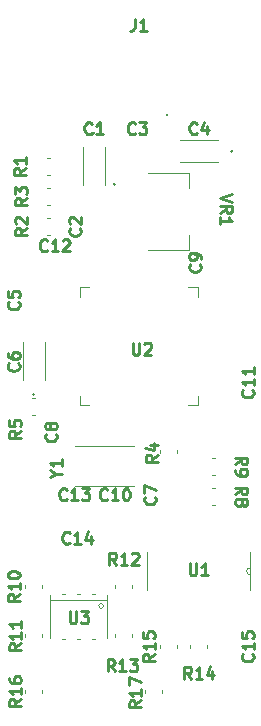
<source format=gto>
G04 #@! TF.GenerationSoftware,KiCad,Pcbnew,5.1.10-88a1d61d58~88~ubuntu18.04.1*
G04 #@! TF.CreationDate,2021-10-08T18:05:20+03:00*
G04 #@! TF.ProjectId,canhacker,63616e68-6163-46b6-9572-2e6b69636164,rev?*
G04 #@! TF.SameCoordinates,Original*
G04 #@! TF.FileFunction,Legend,Top*
G04 #@! TF.FilePolarity,Positive*
%FSLAX46Y46*%
G04 Gerber Fmt 4.6, Leading zero omitted, Abs format (unit mm)*
G04 Created by KiCad (PCBNEW 5.1.10-88a1d61d58~88~ubuntu18.04.1) date 2021-10-08 18:05:20*
%MOMM*%
%LPD*%
G01*
G04 APERTURE LIST*
%ADD10C,0.120000*%
%ADD11C,0.250000*%
%ADD12R,2.000000X2.500000*%
%ADD13R,0.500000X2.300000*%
%ADD14R,1.420000X1.000000*%
%ADD15R,1.000000X1.420000*%
%ADD16C,1.370000*%
%ADD17R,1.370000X1.370000*%
%ADD18R,1.470000X1.160000*%
%ADD19R,1.160000X1.470000*%
%ADD20R,1.230000X1.710000*%
%ADD21R,1.500000X1.300000*%
%ADD22R,1.710000X1.230000*%
%ADD23R,2.150000X3.250000*%
%ADD24R,2.150000X0.950000*%
%ADD25R,1.950000X2.950000*%
%ADD26R,0.600000X1.300000*%
%ADD27R,1.473200X0.279400*%
%ADD28R,0.279400X1.473200*%
%ADD29R,0.533400X1.701800*%
%ADD30C,2.100000*%
%ADD31R,2.100000X2.100000*%
G04 APERTURE END LIST*
D10*
X142213000Y-50267000D02*
G75*
G03*
X142213000Y-50267000I-100000J0D01*
G01*
X140270000Y-99180000D02*
X140270000Y-98940000D01*
X141670000Y-99180000D02*
X141670000Y-98940000D01*
X130110000Y-99180000D02*
X130110000Y-98940000D01*
X131510000Y-99180000D02*
X131510000Y-98940000D01*
X141540000Y-95370000D02*
X141540000Y-95130000D01*
X142940000Y-95370000D02*
X142940000Y-95130000D01*
X144080000Y-95370000D02*
X144080000Y-95130000D01*
X145480000Y-95370000D02*
X145480000Y-95130000D01*
X139130000Y-94195000D02*
X139130000Y-94435000D01*
X137730000Y-94195000D02*
X137730000Y-94435000D01*
X139130000Y-90050000D02*
X139130000Y-90290000D01*
X137730000Y-90050000D02*
X137730000Y-90290000D01*
X130110000Y-94435000D02*
X130110000Y-94195000D01*
X131510000Y-94435000D02*
X131510000Y-94195000D01*
X131510000Y-90050000D02*
X131510000Y-90290000D01*
X130110000Y-90050000D02*
X130110000Y-90290000D01*
X146170000Y-80710000D02*
X145930000Y-80710000D01*
X146170000Y-79310000D02*
X145930000Y-79310000D01*
X145930000Y-81850000D02*
X146170000Y-81850000D01*
X145930000Y-83250000D02*
X146170000Y-83250000D01*
X130690000Y-74230000D02*
X130930000Y-74230000D01*
X130690000Y-75630000D02*
X130930000Y-75630000D01*
X142940000Y-78620000D02*
X142940000Y-78860000D01*
X141540000Y-78620000D02*
X141540000Y-78860000D01*
X131960000Y-56450000D02*
X132200000Y-56450000D01*
X131960000Y-57850000D02*
X132200000Y-57850000D01*
X131960000Y-58990000D02*
X132200000Y-58990000D01*
X131960000Y-60390000D02*
X132200000Y-60390000D01*
X131960000Y-53910000D02*
X132200000Y-53910000D01*
X131960000Y-55310000D02*
X132200000Y-55310000D01*
X129875000Y-72720000D02*
X129875000Y-69520000D01*
X131745000Y-72720000D02*
X131745000Y-69520000D01*
X130910000Y-73920000D02*
G75*
G03*
X130910000Y-73920000I-100000J0D01*
G01*
X146380000Y-54275000D02*
X143180000Y-54275000D01*
X146380000Y-52405000D02*
X143180000Y-52405000D01*
X147680000Y-53340000D02*
G75*
G03*
X147680000Y-53340000I-100000J0D01*
G01*
X136825000Y-53010000D02*
X136825000Y-56210000D01*
X134955000Y-53010000D02*
X134955000Y-56210000D01*
X135990000Y-51810000D02*
G75*
G03*
X135990000Y-51810000I-100000J0D01*
G01*
X140490000Y-61670000D02*
X143990000Y-61670000D01*
X143990000Y-61670000D02*
X143990000Y-60430000D01*
X140490000Y-55170000D02*
X143990000Y-55170000D01*
X143990000Y-55170000D02*
X143990000Y-56410000D01*
X137740000Y-56120000D02*
G75*
G03*
X137740000Y-56120000I-100000J0D01*
G01*
X139270000Y-81710000D02*
X134270000Y-81710000D01*
X134270000Y-78310000D02*
X139270000Y-78310000D01*
X136725000Y-91821000D02*
G75*
G03*
X136725000Y-91821000I-200000J0D01*
G01*
X136017000Y-94620000D02*
X135763000Y-94620000D01*
X134747000Y-94620000D02*
X134493000Y-94620000D01*
X133477000Y-94620000D02*
X133223000Y-94620000D01*
X133477000Y-90810000D02*
X133223000Y-90810000D01*
X134747000Y-90810000D02*
X134493000Y-90810000D01*
X136017000Y-90810000D02*
X135763000Y-90810000D01*
X132220000Y-91310000D02*
X132220000Y-90910000D01*
X137020000Y-91310000D02*
X137020000Y-90910000D01*
X132220000Y-91310000D02*
X137020000Y-91310000D01*
X137020000Y-91310000D02*
X137020000Y-94510000D01*
X132220000Y-94510000D02*
X132220000Y-91310000D01*
X143916400Y-74853800D02*
X144703800Y-74853800D01*
X134696200Y-74853800D02*
X135483600Y-74853800D01*
X134696200Y-64846200D02*
X134696200Y-65633600D01*
X144703800Y-64846200D02*
X143916400Y-64846200D01*
X144703800Y-74853800D02*
X144703800Y-74066400D01*
X144703800Y-65633600D02*
X144703800Y-64846200D01*
X135483600Y-64846200D02*
X134696200Y-64846200D01*
X134696200Y-74066400D02*
X134696200Y-74853800D01*
X149148800Y-88595200D02*
X149148800Y-87299800D01*
X149148800Y-89204800D02*
X149148800Y-88595200D01*
X149148800Y-90500200D02*
X149148800Y-89204800D01*
X140411200Y-87299800D02*
X140411200Y-90500200D01*
X149148800Y-89204800D02*
G75*
G02*
X149148800Y-88595200I0J304800D01*
G01*
D11*
X139366666Y-42124380D02*
X139366666Y-42838666D01*
X139319047Y-42981523D01*
X139223809Y-43076761D01*
X139080952Y-43124380D01*
X138985714Y-43124380D01*
X140366666Y-43124380D02*
X139795238Y-43124380D01*
X140080952Y-43124380D02*
X140080952Y-42124380D01*
X139985714Y-42267238D01*
X139890476Y-42362476D01*
X139795238Y-42410095D01*
X139898380Y-99829857D02*
X139422190Y-100163190D01*
X139898380Y-100401285D02*
X138898380Y-100401285D01*
X138898380Y-100020333D01*
X138946000Y-99925095D01*
X138993619Y-99877476D01*
X139088857Y-99829857D01*
X139231714Y-99829857D01*
X139326952Y-99877476D01*
X139374571Y-99925095D01*
X139422190Y-100020333D01*
X139422190Y-100401285D01*
X139898380Y-98877476D02*
X139898380Y-99448904D01*
X139898380Y-99163190D02*
X138898380Y-99163190D01*
X139041238Y-99258428D01*
X139136476Y-99353666D01*
X139184095Y-99448904D01*
X138898380Y-98544142D02*
X138898380Y-97877476D01*
X139898380Y-98306047D01*
X129738380Y-99702857D02*
X129262190Y-100036190D01*
X129738380Y-100274285D02*
X128738380Y-100274285D01*
X128738380Y-99893333D01*
X128786000Y-99798095D01*
X128833619Y-99750476D01*
X128928857Y-99702857D01*
X129071714Y-99702857D01*
X129166952Y-99750476D01*
X129214571Y-99798095D01*
X129262190Y-99893333D01*
X129262190Y-100274285D01*
X129738380Y-98750476D02*
X129738380Y-99321904D01*
X129738380Y-99036190D02*
X128738380Y-99036190D01*
X128881238Y-99131428D01*
X128976476Y-99226666D01*
X129024095Y-99321904D01*
X128738380Y-97893333D02*
X128738380Y-98083809D01*
X128786000Y-98179047D01*
X128833619Y-98226666D01*
X128976476Y-98321904D01*
X129166952Y-98369523D01*
X129547904Y-98369523D01*
X129643142Y-98321904D01*
X129690761Y-98274285D01*
X129738380Y-98179047D01*
X129738380Y-97988571D01*
X129690761Y-97893333D01*
X129643142Y-97845714D01*
X129547904Y-97798095D01*
X129309809Y-97798095D01*
X129214571Y-97845714D01*
X129166952Y-97893333D01*
X129119333Y-97988571D01*
X129119333Y-98179047D01*
X129166952Y-98274285D01*
X129214571Y-98321904D01*
X129309809Y-98369523D01*
X141041380Y-95892857D02*
X140565190Y-96226190D01*
X141041380Y-96464285D02*
X140041380Y-96464285D01*
X140041380Y-96083333D01*
X140089000Y-95988095D01*
X140136619Y-95940476D01*
X140231857Y-95892857D01*
X140374714Y-95892857D01*
X140469952Y-95940476D01*
X140517571Y-95988095D01*
X140565190Y-96083333D01*
X140565190Y-96464285D01*
X141041380Y-94940476D02*
X141041380Y-95511904D01*
X141041380Y-95226190D02*
X140041380Y-95226190D01*
X140184238Y-95321428D01*
X140279476Y-95416666D01*
X140327095Y-95511904D01*
X140041380Y-94035714D02*
X140041380Y-94511904D01*
X140517571Y-94559523D01*
X140469952Y-94511904D01*
X140422333Y-94416666D01*
X140422333Y-94178571D01*
X140469952Y-94083333D01*
X140517571Y-94035714D01*
X140612809Y-93988095D01*
X140850904Y-93988095D01*
X140946142Y-94035714D01*
X140993761Y-94083333D01*
X141041380Y-94178571D01*
X141041380Y-94416666D01*
X140993761Y-94511904D01*
X140946142Y-94559523D01*
X144137142Y-97988380D02*
X143803809Y-97512190D01*
X143565714Y-97988380D02*
X143565714Y-96988380D01*
X143946666Y-96988380D01*
X144041904Y-97036000D01*
X144089523Y-97083619D01*
X144137142Y-97178857D01*
X144137142Y-97321714D01*
X144089523Y-97416952D01*
X144041904Y-97464571D01*
X143946666Y-97512190D01*
X143565714Y-97512190D01*
X145089523Y-97988380D02*
X144518095Y-97988380D01*
X144803809Y-97988380D02*
X144803809Y-96988380D01*
X144708571Y-97131238D01*
X144613333Y-97226476D01*
X144518095Y-97274095D01*
X145946666Y-97321714D02*
X145946666Y-97988380D01*
X145708571Y-96940761D02*
X145470476Y-97655047D01*
X146089523Y-97655047D01*
X137660142Y-97353380D02*
X137326809Y-96877190D01*
X137088714Y-97353380D02*
X137088714Y-96353380D01*
X137469666Y-96353380D01*
X137564904Y-96401000D01*
X137612523Y-96448619D01*
X137660142Y-96543857D01*
X137660142Y-96686714D01*
X137612523Y-96781952D01*
X137564904Y-96829571D01*
X137469666Y-96877190D01*
X137088714Y-96877190D01*
X138612523Y-97353380D02*
X138041095Y-97353380D01*
X138326809Y-97353380D02*
X138326809Y-96353380D01*
X138231571Y-96496238D01*
X138136333Y-96591476D01*
X138041095Y-96639095D01*
X138945857Y-96353380D02*
X139564904Y-96353380D01*
X139231571Y-96734333D01*
X139374428Y-96734333D01*
X139469666Y-96781952D01*
X139517285Y-96829571D01*
X139564904Y-96924809D01*
X139564904Y-97162904D01*
X139517285Y-97258142D01*
X139469666Y-97305761D01*
X139374428Y-97353380D01*
X139088714Y-97353380D01*
X138993476Y-97305761D01*
X138945857Y-97258142D01*
X137787142Y-88336380D02*
X137453809Y-87860190D01*
X137215714Y-88336380D02*
X137215714Y-87336380D01*
X137596666Y-87336380D01*
X137691904Y-87384000D01*
X137739523Y-87431619D01*
X137787142Y-87526857D01*
X137787142Y-87669714D01*
X137739523Y-87764952D01*
X137691904Y-87812571D01*
X137596666Y-87860190D01*
X137215714Y-87860190D01*
X138739523Y-88336380D02*
X138168095Y-88336380D01*
X138453809Y-88336380D02*
X138453809Y-87336380D01*
X138358571Y-87479238D01*
X138263333Y-87574476D01*
X138168095Y-87622095D01*
X139120476Y-87431619D02*
X139168095Y-87384000D01*
X139263333Y-87336380D01*
X139501428Y-87336380D01*
X139596666Y-87384000D01*
X139644285Y-87431619D01*
X139691904Y-87526857D01*
X139691904Y-87622095D01*
X139644285Y-87764952D01*
X139072857Y-88336380D01*
X139691904Y-88336380D01*
X129738380Y-95003857D02*
X129262190Y-95337190D01*
X129738380Y-95575285D02*
X128738380Y-95575285D01*
X128738380Y-95194333D01*
X128786000Y-95099095D01*
X128833619Y-95051476D01*
X128928857Y-95003857D01*
X129071714Y-95003857D01*
X129166952Y-95051476D01*
X129214571Y-95099095D01*
X129262190Y-95194333D01*
X129262190Y-95575285D01*
X129738380Y-94051476D02*
X129738380Y-94622904D01*
X129738380Y-94337190D02*
X128738380Y-94337190D01*
X128881238Y-94432428D01*
X128976476Y-94527666D01*
X129024095Y-94622904D01*
X129738380Y-93099095D02*
X129738380Y-93670523D01*
X129738380Y-93384809D02*
X128738380Y-93384809D01*
X128881238Y-93480047D01*
X128976476Y-93575285D01*
X129024095Y-93670523D01*
X129611380Y-90812857D02*
X129135190Y-91146190D01*
X129611380Y-91384285D02*
X128611380Y-91384285D01*
X128611380Y-91003333D01*
X128659000Y-90908095D01*
X128706619Y-90860476D01*
X128801857Y-90812857D01*
X128944714Y-90812857D01*
X129039952Y-90860476D01*
X129087571Y-90908095D01*
X129135190Y-91003333D01*
X129135190Y-91384285D01*
X129611380Y-89860476D02*
X129611380Y-90431904D01*
X129611380Y-90146190D02*
X128611380Y-90146190D01*
X128754238Y-90241428D01*
X128849476Y-90336666D01*
X128897095Y-90431904D01*
X128611380Y-89241428D02*
X128611380Y-89146190D01*
X128659000Y-89050952D01*
X128706619Y-89003333D01*
X128801857Y-88955714D01*
X128992333Y-88908095D01*
X129230428Y-88908095D01*
X129420904Y-88955714D01*
X129516142Y-89003333D01*
X129563761Y-89050952D01*
X129611380Y-89146190D01*
X129611380Y-89241428D01*
X129563761Y-89336666D01*
X129516142Y-89384285D01*
X129420904Y-89431904D01*
X129230428Y-89479523D01*
X128992333Y-89479523D01*
X128801857Y-89431904D01*
X128706619Y-89384285D01*
X128659000Y-89336666D01*
X128611380Y-89241428D01*
X147883619Y-79843333D02*
X148359809Y-79510000D01*
X147883619Y-79271904D02*
X148883619Y-79271904D01*
X148883619Y-79652857D01*
X148836000Y-79748095D01*
X148788380Y-79795714D01*
X148693142Y-79843333D01*
X148550285Y-79843333D01*
X148455047Y-79795714D01*
X148407428Y-79748095D01*
X148359809Y-79652857D01*
X148359809Y-79271904D01*
X147883619Y-80319523D02*
X147883619Y-80510000D01*
X147931238Y-80605238D01*
X147978857Y-80652857D01*
X148121714Y-80748095D01*
X148312190Y-80795714D01*
X148693142Y-80795714D01*
X148788380Y-80748095D01*
X148836000Y-80700476D01*
X148883619Y-80605238D01*
X148883619Y-80414761D01*
X148836000Y-80319523D01*
X148788380Y-80271904D01*
X148693142Y-80224285D01*
X148455047Y-80224285D01*
X148359809Y-80271904D01*
X148312190Y-80319523D01*
X148264571Y-80414761D01*
X148264571Y-80605238D01*
X148312190Y-80700476D01*
X148359809Y-80748095D01*
X148455047Y-80795714D01*
X147883619Y-82383333D02*
X148359809Y-82050000D01*
X147883619Y-81811904D02*
X148883619Y-81811904D01*
X148883619Y-82192857D01*
X148836000Y-82288095D01*
X148788380Y-82335714D01*
X148693142Y-82383333D01*
X148550285Y-82383333D01*
X148455047Y-82335714D01*
X148407428Y-82288095D01*
X148359809Y-82192857D01*
X148359809Y-81811904D01*
X148455047Y-82954761D02*
X148502666Y-82859523D01*
X148550285Y-82811904D01*
X148645523Y-82764285D01*
X148693142Y-82764285D01*
X148788380Y-82811904D01*
X148836000Y-82859523D01*
X148883619Y-82954761D01*
X148883619Y-83145238D01*
X148836000Y-83240476D01*
X148788380Y-83288095D01*
X148693142Y-83335714D01*
X148645523Y-83335714D01*
X148550285Y-83288095D01*
X148502666Y-83240476D01*
X148455047Y-83145238D01*
X148455047Y-82954761D01*
X148407428Y-82859523D01*
X148359809Y-82811904D01*
X148264571Y-82764285D01*
X148074095Y-82764285D01*
X147978857Y-82811904D01*
X147931238Y-82859523D01*
X147883619Y-82954761D01*
X147883619Y-83145238D01*
X147931238Y-83240476D01*
X147978857Y-83288095D01*
X148074095Y-83335714D01*
X148264571Y-83335714D01*
X148359809Y-83288095D01*
X148407428Y-83240476D01*
X148455047Y-83145238D01*
X129738380Y-77001666D02*
X129262190Y-77335000D01*
X129738380Y-77573095D02*
X128738380Y-77573095D01*
X128738380Y-77192142D01*
X128786000Y-77096904D01*
X128833619Y-77049285D01*
X128928857Y-77001666D01*
X129071714Y-77001666D01*
X129166952Y-77049285D01*
X129214571Y-77096904D01*
X129262190Y-77192142D01*
X129262190Y-77573095D01*
X128738380Y-76096904D02*
X128738380Y-76573095D01*
X129214571Y-76620714D01*
X129166952Y-76573095D01*
X129119333Y-76477857D01*
X129119333Y-76239761D01*
X129166952Y-76144523D01*
X129214571Y-76096904D01*
X129309809Y-76049285D01*
X129547904Y-76049285D01*
X129643142Y-76096904D01*
X129690761Y-76144523D01*
X129738380Y-76239761D01*
X129738380Y-76477857D01*
X129690761Y-76573095D01*
X129643142Y-76620714D01*
X141295380Y-79033666D02*
X140819190Y-79367000D01*
X141295380Y-79605095D02*
X140295380Y-79605095D01*
X140295380Y-79224142D01*
X140343000Y-79128904D01*
X140390619Y-79081285D01*
X140485857Y-79033666D01*
X140628714Y-79033666D01*
X140723952Y-79081285D01*
X140771571Y-79128904D01*
X140819190Y-79224142D01*
X140819190Y-79605095D01*
X140628714Y-78176523D02*
X141295380Y-78176523D01*
X140247761Y-78414619D02*
X140962047Y-78652714D01*
X140962047Y-78033666D01*
X149328142Y-95892857D02*
X149375761Y-95940476D01*
X149423380Y-96083333D01*
X149423380Y-96178571D01*
X149375761Y-96321428D01*
X149280523Y-96416666D01*
X149185285Y-96464285D01*
X148994809Y-96511904D01*
X148851952Y-96511904D01*
X148661476Y-96464285D01*
X148566238Y-96416666D01*
X148471000Y-96321428D01*
X148423380Y-96178571D01*
X148423380Y-96083333D01*
X148471000Y-95940476D01*
X148518619Y-95892857D01*
X149423380Y-94940476D02*
X149423380Y-95511904D01*
X149423380Y-95226190D02*
X148423380Y-95226190D01*
X148566238Y-95321428D01*
X148661476Y-95416666D01*
X148709095Y-95511904D01*
X148423380Y-94035714D02*
X148423380Y-94511904D01*
X148899571Y-94559523D01*
X148851952Y-94511904D01*
X148804333Y-94416666D01*
X148804333Y-94178571D01*
X148851952Y-94083333D01*
X148899571Y-94035714D01*
X148994809Y-93988095D01*
X149232904Y-93988095D01*
X149328142Y-94035714D01*
X149375761Y-94083333D01*
X149423380Y-94178571D01*
X149423380Y-94416666D01*
X149375761Y-94511904D01*
X149328142Y-94559523D01*
X133850142Y-86463142D02*
X133802523Y-86510761D01*
X133659666Y-86558380D01*
X133564428Y-86558380D01*
X133421571Y-86510761D01*
X133326333Y-86415523D01*
X133278714Y-86320285D01*
X133231095Y-86129809D01*
X133231095Y-85986952D01*
X133278714Y-85796476D01*
X133326333Y-85701238D01*
X133421571Y-85606000D01*
X133564428Y-85558380D01*
X133659666Y-85558380D01*
X133802523Y-85606000D01*
X133850142Y-85653619D01*
X134802523Y-86558380D02*
X134231095Y-86558380D01*
X134516809Y-86558380D02*
X134516809Y-85558380D01*
X134421571Y-85701238D01*
X134326333Y-85796476D01*
X134231095Y-85844095D01*
X135659666Y-85891714D02*
X135659666Y-86558380D01*
X135421571Y-85510761D02*
X135183476Y-86225047D01*
X135802523Y-86225047D01*
X133596142Y-82780142D02*
X133548523Y-82827761D01*
X133405666Y-82875380D01*
X133310428Y-82875380D01*
X133167571Y-82827761D01*
X133072333Y-82732523D01*
X133024714Y-82637285D01*
X132977095Y-82446809D01*
X132977095Y-82303952D01*
X133024714Y-82113476D01*
X133072333Y-82018238D01*
X133167571Y-81923000D01*
X133310428Y-81875380D01*
X133405666Y-81875380D01*
X133548523Y-81923000D01*
X133596142Y-81970619D01*
X134548523Y-82875380D02*
X133977095Y-82875380D01*
X134262809Y-82875380D02*
X134262809Y-81875380D01*
X134167571Y-82018238D01*
X134072333Y-82113476D01*
X133977095Y-82161095D01*
X134881857Y-81875380D02*
X135500904Y-81875380D01*
X135167571Y-82256333D01*
X135310428Y-82256333D01*
X135405666Y-82303952D01*
X135453285Y-82351571D01*
X135500904Y-82446809D01*
X135500904Y-82684904D01*
X135453285Y-82780142D01*
X135405666Y-82827761D01*
X135310428Y-82875380D01*
X135024714Y-82875380D01*
X134929476Y-82827761D01*
X134881857Y-82780142D01*
X131945142Y-61698142D02*
X131897523Y-61745761D01*
X131754666Y-61793380D01*
X131659428Y-61793380D01*
X131516571Y-61745761D01*
X131421333Y-61650523D01*
X131373714Y-61555285D01*
X131326095Y-61364809D01*
X131326095Y-61221952D01*
X131373714Y-61031476D01*
X131421333Y-60936238D01*
X131516571Y-60841000D01*
X131659428Y-60793380D01*
X131754666Y-60793380D01*
X131897523Y-60841000D01*
X131945142Y-60888619D01*
X132897523Y-61793380D02*
X132326095Y-61793380D01*
X132611809Y-61793380D02*
X132611809Y-60793380D01*
X132516571Y-60936238D01*
X132421333Y-61031476D01*
X132326095Y-61079095D01*
X133278476Y-60888619D02*
X133326095Y-60841000D01*
X133421333Y-60793380D01*
X133659428Y-60793380D01*
X133754666Y-60841000D01*
X133802285Y-60888619D01*
X133849904Y-60983857D01*
X133849904Y-61079095D01*
X133802285Y-61221952D01*
X133230857Y-61793380D01*
X133849904Y-61793380D01*
X149328142Y-73540857D02*
X149375761Y-73588476D01*
X149423380Y-73731333D01*
X149423380Y-73826571D01*
X149375761Y-73969428D01*
X149280523Y-74064666D01*
X149185285Y-74112285D01*
X148994809Y-74159904D01*
X148851952Y-74159904D01*
X148661476Y-74112285D01*
X148566238Y-74064666D01*
X148471000Y-73969428D01*
X148423380Y-73826571D01*
X148423380Y-73731333D01*
X148471000Y-73588476D01*
X148518619Y-73540857D01*
X149423380Y-72588476D02*
X149423380Y-73159904D01*
X149423380Y-72874190D02*
X148423380Y-72874190D01*
X148566238Y-72969428D01*
X148661476Y-73064666D01*
X148709095Y-73159904D01*
X149423380Y-71636095D02*
X149423380Y-72207523D01*
X149423380Y-71921809D02*
X148423380Y-71921809D01*
X148566238Y-72017047D01*
X148661476Y-72112285D01*
X148709095Y-72207523D01*
X137025142Y-82780142D02*
X136977523Y-82827761D01*
X136834666Y-82875380D01*
X136739428Y-82875380D01*
X136596571Y-82827761D01*
X136501333Y-82732523D01*
X136453714Y-82637285D01*
X136406095Y-82446809D01*
X136406095Y-82303952D01*
X136453714Y-82113476D01*
X136501333Y-82018238D01*
X136596571Y-81923000D01*
X136739428Y-81875380D01*
X136834666Y-81875380D01*
X136977523Y-81923000D01*
X137025142Y-81970619D01*
X137977523Y-82875380D02*
X137406095Y-82875380D01*
X137691809Y-82875380D02*
X137691809Y-81875380D01*
X137596571Y-82018238D01*
X137501333Y-82113476D01*
X137406095Y-82161095D01*
X138596571Y-81875380D02*
X138691809Y-81875380D01*
X138787047Y-81923000D01*
X138834666Y-81970619D01*
X138882285Y-82065857D01*
X138929904Y-82256333D01*
X138929904Y-82494428D01*
X138882285Y-82684904D01*
X138834666Y-82780142D01*
X138787047Y-82827761D01*
X138691809Y-82875380D01*
X138596571Y-82875380D01*
X138501333Y-82827761D01*
X138453714Y-82780142D01*
X138406095Y-82684904D01*
X138358476Y-82494428D01*
X138358476Y-82256333D01*
X138406095Y-82065857D01*
X138453714Y-81970619D01*
X138501333Y-81923000D01*
X138596571Y-81875380D01*
X144883142Y-62904666D02*
X144930761Y-62952285D01*
X144978380Y-63095142D01*
X144978380Y-63190380D01*
X144930761Y-63333238D01*
X144835523Y-63428476D01*
X144740285Y-63476095D01*
X144549809Y-63523714D01*
X144406952Y-63523714D01*
X144216476Y-63476095D01*
X144121238Y-63428476D01*
X144026000Y-63333238D01*
X143978380Y-63190380D01*
X143978380Y-63095142D01*
X144026000Y-62952285D01*
X144073619Y-62904666D01*
X144978380Y-62428476D02*
X144978380Y-62238000D01*
X144930761Y-62142761D01*
X144883142Y-62095142D01*
X144740285Y-61999904D01*
X144549809Y-61952285D01*
X144168857Y-61952285D01*
X144073619Y-61999904D01*
X144026000Y-62047523D01*
X143978380Y-62142761D01*
X143978380Y-62333238D01*
X144026000Y-62428476D01*
X144073619Y-62476095D01*
X144168857Y-62523714D01*
X144406952Y-62523714D01*
X144502190Y-62476095D01*
X144549809Y-62428476D01*
X144597428Y-62333238D01*
X144597428Y-62142761D01*
X144549809Y-62047523D01*
X144502190Y-61999904D01*
X144406952Y-61952285D01*
X132691142Y-77255666D02*
X132738761Y-77303285D01*
X132786380Y-77446142D01*
X132786380Y-77541380D01*
X132738761Y-77684238D01*
X132643523Y-77779476D01*
X132548285Y-77827095D01*
X132357809Y-77874714D01*
X132214952Y-77874714D01*
X132024476Y-77827095D01*
X131929238Y-77779476D01*
X131834000Y-77684238D01*
X131786380Y-77541380D01*
X131786380Y-77446142D01*
X131834000Y-77303285D01*
X131881619Y-77255666D01*
X132214952Y-76684238D02*
X132167333Y-76779476D01*
X132119714Y-76827095D01*
X132024476Y-76874714D01*
X131976857Y-76874714D01*
X131881619Y-76827095D01*
X131834000Y-76779476D01*
X131786380Y-76684238D01*
X131786380Y-76493761D01*
X131834000Y-76398523D01*
X131881619Y-76350904D01*
X131976857Y-76303285D01*
X132024476Y-76303285D01*
X132119714Y-76350904D01*
X132167333Y-76398523D01*
X132214952Y-76493761D01*
X132214952Y-76684238D01*
X132262571Y-76779476D01*
X132310190Y-76827095D01*
X132405428Y-76874714D01*
X132595904Y-76874714D01*
X132691142Y-76827095D01*
X132738761Y-76779476D01*
X132786380Y-76684238D01*
X132786380Y-76493761D01*
X132738761Y-76398523D01*
X132691142Y-76350904D01*
X132595904Y-76303285D01*
X132405428Y-76303285D01*
X132310190Y-76350904D01*
X132262571Y-76398523D01*
X132214952Y-76493761D01*
X141073142Y-82589666D02*
X141120761Y-82637285D01*
X141168380Y-82780142D01*
X141168380Y-82875380D01*
X141120761Y-83018238D01*
X141025523Y-83113476D01*
X140930285Y-83161095D01*
X140739809Y-83208714D01*
X140596952Y-83208714D01*
X140406476Y-83161095D01*
X140311238Y-83113476D01*
X140216000Y-83018238D01*
X140168380Y-82875380D01*
X140168380Y-82780142D01*
X140216000Y-82637285D01*
X140263619Y-82589666D01*
X140168380Y-82256333D02*
X140168380Y-81589666D01*
X141168380Y-82018238D01*
X130246380Y-57316666D02*
X129770190Y-57650000D01*
X130246380Y-57888095D02*
X129246380Y-57888095D01*
X129246380Y-57507142D01*
X129294000Y-57411904D01*
X129341619Y-57364285D01*
X129436857Y-57316666D01*
X129579714Y-57316666D01*
X129674952Y-57364285D01*
X129722571Y-57411904D01*
X129770190Y-57507142D01*
X129770190Y-57888095D01*
X129246380Y-56983333D02*
X129246380Y-56364285D01*
X129627333Y-56697619D01*
X129627333Y-56554761D01*
X129674952Y-56459523D01*
X129722571Y-56411904D01*
X129817809Y-56364285D01*
X130055904Y-56364285D01*
X130151142Y-56411904D01*
X130198761Y-56459523D01*
X130246380Y-56554761D01*
X130246380Y-56840476D01*
X130198761Y-56935714D01*
X130151142Y-56983333D01*
X130246380Y-59856666D02*
X129770190Y-60190000D01*
X130246380Y-60428095D02*
X129246380Y-60428095D01*
X129246380Y-60047142D01*
X129294000Y-59951904D01*
X129341619Y-59904285D01*
X129436857Y-59856666D01*
X129579714Y-59856666D01*
X129674952Y-59904285D01*
X129722571Y-59951904D01*
X129770190Y-60047142D01*
X129770190Y-60428095D01*
X129341619Y-59475714D02*
X129294000Y-59428095D01*
X129246380Y-59332857D01*
X129246380Y-59094761D01*
X129294000Y-58999523D01*
X129341619Y-58951904D01*
X129436857Y-58904285D01*
X129532095Y-58904285D01*
X129674952Y-58951904D01*
X130246380Y-59523333D01*
X130246380Y-58904285D01*
X130119380Y-54776666D02*
X129643190Y-55110000D01*
X130119380Y-55348095D02*
X129119380Y-55348095D01*
X129119380Y-54967142D01*
X129167000Y-54871904D01*
X129214619Y-54824285D01*
X129309857Y-54776666D01*
X129452714Y-54776666D01*
X129547952Y-54824285D01*
X129595571Y-54871904D01*
X129643190Y-54967142D01*
X129643190Y-55348095D01*
X130119380Y-53824285D02*
X130119380Y-54395714D01*
X130119380Y-54110000D02*
X129119380Y-54110000D01*
X129262238Y-54205238D01*
X129357476Y-54300476D01*
X129405095Y-54395714D01*
X129516142Y-71286666D02*
X129563761Y-71334285D01*
X129611380Y-71477142D01*
X129611380Y-71572380D01*
X129563761Y-71715238D01*
X129468523Y-71810476D01*
X129373285Y-71858095D01*
X129182809Y-71905714D01*
X129039952Y-71905714D01*
X128849476Y-71858095D01*
X128754238Y-71810476D01*
X128659000Y-71715238D01*
X128611380Y-71572380D01*
X128611380Y-71477142D01*
X128659000Y-71334285D01*
X128706619Y-71286666D01*
X128611380Y-70429523D02*
X128611380Y-70620000D01*
X128659000Y-70715238D01*
X128706619Y-70762857D01*
X128849476Y-70858095D01*
X129039952Y-70905714D01*
X129420904Y-70905714D01*
X129516142Y-70858095D01*
X129563761Y-70810476D01*
X129611380Y-70715238D01*
X129611380Y-70524761D01*
X129563761Y-70429523D01*
X129516142Y-70381904D01*
X129420904Y-70334285D01*
X129182809Y-70334285D01*
X129087571Y-70381904D01*
X129039952Y-70429523D01*
X128992333Y-70524761D01*
X128992333Y-70715238D01*
X129039952Y-70810476D01*
X129087571Y-70858095D01*
X129182809Y-70905714D01*
X129516142Y-66079666D02*
X129563761Y-66127285D01*
X129611380Y-66270142D01*
X129611380Y-66365380D01*
X129563761Y-66508238D01*
X129468523Y-66603476D01*
X129373285Y-66651095D01*
X129182809Y-66698714D01*
X129039952Y-66698714D01*
X128849476Y-66651095D01*
X128754238Y-66603476D01*
X128659000Y-66508238D01*
X128611380Y-66365380D01*
X128611380Y-66270142D01*
X128659000Y-66127285D01*
X128706619Y-66079666D01*
X128611380Y-65174904D02*
X128611380Y-65651095D01*
X129087571Y-65698714D01*
X129039952Y-65651095D01*
X128992333Y-65555857D01*
X128992333Y-65317761D01*
X129039952Y-65222523D01*
X129087571Y-65174904D01*
X129182809Y-65127285D01*
X129420904Y-65127285D01*
X129516142Y-65174904D01*
X129563761Y-65222523D01*
X129611380Y-65317761D01*
X129611380Y-65555857D01*
X129563761Y-65651095D01*
X129516142Y-65698714D01*
X144613333Y-51792142D02*
X144565714Y-51839761D01*
X144422857Y-51887380D01*
X144327619Y-51887380D01*
X144184761Y-51839761D01*
X144089523Y-51744523D01*
X144041904Y-51649285D01*
X143994285Y-51458809D01*
X143994285Y-51315952D01*
X144041904Y-51125476D01*
X144089523Y-51030238D01*
X144184761Y-50935000D01*
X144327619Y-50887380D01*
X144422857Y-50887380D01*
X144565714Y-50935000D01*
X144613333Y-50982619D01*
X145470476Y-51220714D02*
X145470476Y-51887380D01*
X145232380Y-50839761D02*
X144994285Y-51554047D01*
X145613333Y-51554047D01*
X139406333Y-51792142D02*
X139358714Y-51839761D01*
X139215857Y-51887380D01*
X139120619Y-51887380D01*
X138977761Y-51839761D01*
X138882523Y-51744523D01*
X138834904Y-51649285D01*
X138787285Y-51458809D01*
X138787285Y-51315952D01*
X138834904Y-51125476D01*
X138882523Y-51030238D01*
X138977761Y-50935000D01*
X139120619Y-50887380D01*
X139215857Y-50887380D01*
X139358714Y-50935000D01*
X139406333Y-50982619D01*
X139739666Y-50887380D02*
X140358714Y-50887380D01*
X140025380Y-51268333D01*
X140168238Y-51268333D01*
X140263476Y-51315952D01*
X140311095Y-51363571D01*
X140358714Y-51458809D01*
X140358714Y-51696904D01*
X140311095Y-51792142D01*
X140263476Y-51839761D01*
X140168238Y-51887380D01*
X139882523Y-51887380D01*
X139787285Y-51839761D01*
X139739666Y-51792142D01*
X134723142Y-59856666D02*
X134770761Y-59904285D01*
X134818380Y-60047142D01*
X134818380Y-60142380D01*
X134770761Y-60285238D01*
X134675523Y-60380476D01*
X134580285Y-60428095D01*
X134389809Y-60475714D01*
X134246952Y-60475714D01*
X134056476Y-60428095D01*
X133961238Y-60380476D01*
X133866000Y-60285238D01*
X133818380Y-60142380D01*
X133818380Y-60047142D01*
X133866000Y-59904285D01*
X133913619Y-59856666D01*
X133913619Y-59475714D02*
X133866000Y-59428095D01*
X133818380Y-59332857D01*
X133818380Y-59094761D01*
X133866000Y-58999523D01*
X133913619Y-58951904D01*
X134008857Y-58904285D01*
X134104095Y-58904285D01*
X134246952Y-58951904D01*
X134818380Y-59523333D01*
X134818380Y-58904285D01*
X135723333Y-51792142D02*
X135675714Y-51839761D01*
X135532857Y-51887380D01*
X135437619Y-51887380D01*
X135294761Y-51839761D01*
X135199523Y-51744523D01*
X135151904Y-51649285D01*
X135104285Y-51458809D01*
X135104285Y-51315952D01*
X135151904Y-51125476D01*
X135199523Y-51030238D01*
X135294761Y-50935000D01*
X135437619Y-50887380D01*
X135532857Y-50887380D01*
X135675714Y-50935000D01*
X135723333Y-50982619D01*
X136675714Y-51887380D02*
X136104285Y-51887380D01*
X136390000Y-51887380D02*
X136390000Y-50887380D01*
X136294761Y-51030238D01*
X136199523Y-51125476D01*
X136104285Y-51173095D01*
X147613619Y-56983476D02*
X146613619Y-57316809D01*
X147613619Y-57650142D01*
X146613619Y-58554904D02*
X147089809Y-58221571D01*
X146613619Y-57983476D02*
X147613619Y-57983476D01*
X147613619Y-58364428D01*
X147566000Y-58459666D01*
X147518380Y-58507285D01*
X147423142Y-58554904D01*
X147280285Y-58554904D01*
X147185047Y-58507285D01*
X147137428Y-58459666D01*
X147089809Y-58364428D01*
X147089809Y-57983476D01*
X146613619Y-59507285D02*
X146613619Y-58935857D01*
X146613619Y-59221571D02*
X147613619Y-59221571D01*
X147470761Y-59126333D01*
X147375523Y-59031095D01*
X147327904Y-58935857D01*
X132691190Y-80613190D02*
X133167380Y-80613190D01*
X132167380Y-80946523D02*
X132691190Y-80613190D01*
X132167380Y-80279857D01*
X133167380Y-79422714D02*
X133167380Y-79994142D01*
X133167380Y-79708428D02*
X132167380Y-79708428D01*
X132310238Y-79803666D01*
X132405476Y-79898904D01*
X132453095Y-79994142D01*
X133858095Y-92289380D02*
X133858095Y-93098904D01*
X133905714Y-93194142D01*
X133953333Y-93241761D01*
X134048571Y-93289380D01*
X134239047Y-93289380D01*
X134334285Y-93241761D01*
X134381904Y-93194142D01*
X134429523Y-93098904D01*
X134429523Y-92289380D01*
X134810476Y-92289380D02*
X135429523Y-92289380D01*
X135096190Y-92670333D01*
X135239047Y-92670333D01*
X135334285Y-92717952D01*
X135381904Y-92765571D01*
X135429523Y-92860809D01*
X135429523Y-93098904D01*
X135381904Y-93194142D01*
X135334285Y-93241761D01*
X135239047Y-93289380D01*
X134953333Y-93289380D01*
X134858095Y-93241761D01*
X134810476Y-93194142D01*
X139192095Y-69556380D02*
X139192095Y-70365904D01*
X139239714Y-70461142D01*
X139287333Y-70508761D01*
X139382571Y-70556380D01*
X139573047Y-70556380D01*
X139668285Y-70508761D01*
X139715904Y-70461142D01*
X139763523Y-70365904D01*
X139763523Y-69556380D01*
X140192095Y-69651619D02*
X140239714Y-69604000D01*
X140334952Y-69556380D01*
X140573047Y-69556380D01*
X140668285Y-69604000D01*
X140715904Y-69651619D01*
X140763523Y-69746857D01*
X140763523Y-69842095D01*
X140715904Y-69984952D01*
X140144476Y-70556380D01*
X140763523Y-70556380D01*
X144018095Y-88225380D02*
X144018095Y-89034904D01*
X144065714Y-89130142D01*
X144113333Y-89177761D01*
X144208571Y-89225380D01*
X144399047Y-89225380D01*
X144494285Y-89177761D01*
X144541904Y-89130142D01*
X144589523Y-89034904D01*
X144589523Y-88225380D01*
X145589523Y-89225380D02*
X145018095Y-89225380D01*
X145303809Y-89225380D02*
X145303809Y-88225380D01*
X145208571Y-88368238D01*
X145113333Y-88463476D01*
X145018095Y-88511095D01*
%LPC*%
D10*
X151130000Y-108712000D02*
X128270000Y-108712000D01*
X151130000Y-41910000D02*
X151130000Y-108712000D01*
X128270000Y-41910000D02*
X151130000Y-41910000D01*
X128270000Y-108712000D02*
X128270000Y-41910000D01*
D12*
X144150000Y-48855000D03*
X144150000Y-43355000D03*
X135250000Y-48855000D03*
X135250000Y-43355000D03*
D13*
X138100000Y-48955000D03*
X138900000Y-48955000D03*
X139700000Y-48955000D03*
X140500000Y-48955000D03*
X141300000Y-48955000D03*
D14*
X140970000Y-98125000D03*
X140970000Y-99995000D03*
X130810000Y-98125000D03*
X130810000Y-99995000D03*
X142240000Y-94315000D03*
X142240000Y-96185000D03*
X144780000Y-94315000D03*
X144780000Y-96185000D03*
X138430000Y-95250000D03*
X138430000Y-93380000D03*
X138430000Y-91105000D03*
X138430000Y-89235000D03*
X130810000Y-93380000D03*
X130810000Y-95250000D03*
X130810000Y-91105000D03*
X130810000Y-89235000D03*
D15*
X145115000Y-80010000D03*
X146985000Y-80010000D03*
X146985000Y-82550000D03*
X145115000Y-82550000D03*
X131745000Y-74930000D03*
X129875000Y-74930000D03*
D14*
X142240000Y-79675000D03*
X142240000Y-77805000D03*
D16*
X146050000Y-99060000D03*
D17*
X143510000Y-99060000D03*
D16*
X135890000Y-99060000D03*
D17*
X133350000Y-99060000D03*
D18*
X147320000Y-94375000D03*
X147320000Y-96125000D03*
D19*
X135495000Y-87630000D03*
X133745000Y-87630000D03*
X133745000Y-83820000D03*
X135495000Y-83820000D03*
X131840000Y-62865000D03*
X133590000Y-62865000D03*
D18*
X147320000Y-73773000D03*
X147320000Y-72023000D03*
D19*
X139305000Y-83820000D03*
X137555000Y-83820000D03*
D18*
X146050000Y-63486000D03*
X146050000Y-61736000D03*
X133985000Y-77075000D03*
X133985000Y-75325000D03*
X142240000Y-83425000D03*
X142240000Y-81675000D03*
D15*
X133015000Y-57150000D03*
X131145000Y-57150000D03*
X133015000Y-59690000D03*
X131145000Y-59690000D03*
X133015000Y-54610000D03*
X131145000Y-54610000D03*
D20*
X130810000Y-69770000D03*
X130810000Y-72470000D03*
D21*
X130810000Y-66990000D03*
X130810000Y-65090000D03*
D22*
X143430000Y-53340000D03*
X146130000Y-53340000D03*
D19*
X138825000Y-53340000D03*
X140575000Y-53340000D03*
D18*
X135890000Y-58815000D03*
X135890000Y-60565000D03*
D20*
X135890000Y-55960000D03*
X135890000Y-53260000D03*
D23*
X145140000Y-58420000D03*
D24*
X139340000Y-60720000D03*
X139340000Y-58420000D03*
X139340000Y-56120000D03*
D25*
X138920000Y-80010000D03*
X134620000Y-80010000D03*
D26*
X136525000Y-95360000D03*
X135255000Y-95360000D03*
X133985000Y-95360000D03*
X132715000Y-95360000D03*
X132715000Y-90060000D03*
X133985000Y-90060000D03*
X135255000Y-90060000D03*
X136525000Y-90060000D03*
D27*
X134086600Y-73609200D03*
X134086600Y-73101200D03*
X134086600Y-72593200D03*
X134086600Y-72110600D03*
X134086600Y-71602600D03*
X134086600Y-71094600D03*
X134086600Y-70612000D03*
X134086600Y-70104000D03*
X134086600Y-69596000D03*
X134086600Y-69088000D03*
X134086600Y-68605400D03*
X134086600Y-68097400D03*
X134086600Y-67589400D03*
X134086600Y-67106800D03*
X134086600Y-66598800D03*
X134086600Y-66090800D03*
D28*
X135940800Y-64236600D03*
X136448800Y-64236600D03*
X136956800Y-64236600D03*
X137439400Y-64236600D03*
X137947400Y-64236600D03*
X138455400Y-64236600D03*
X138938000Y-64236600D03*
X139446000Y-64236600D03*
X139954000Y-64236600D03*
X140462000Y-64236600D03*
X140944600Y-64236600D03*
X141452600Y-64236600D03*
X141960600Y-64236600D03*
X142443200Y-64236600D03*
X142951200Y-64236600D03*
X143459200Y-64236600D03*
D27*
X145313400Y-66090800D03*
X145313400Y-66598800D03*
X145313400Y-67106800D03*
X145313400Y-67589400D03*
X145313400Y-68097400D03*
X145313400Y-68605400D03*
X145313400Y-69088000D03*
X145313400Y-69596000D03*
X145313400Y-70104000D03*
X145313400Y-70612000D03*
X145313400Y-71094600D03*
X145313400Y-71602600D03*
X145313400Y-72110600D03*
X145313400Y-72593200D03*
X145313400Y-73101200D03*
X145313400Y-73609200D03*
D28*
X143459200Y-75463400D03*
X142951200Y-75463400D03*
X142443200Y-75463400D03*
X141960600Y-75463400D03*
X141452600Y-75463400D03*
X140944600Y-75463400D03*
X140462000Y-75463400D03*
X139954000Y-75463400D03*
X139446000Y-75463400D03*
X138938000Y-75463400D03*
X138455400Y-75463400D03*
X137947400Y-75463400D03*
X137439400Y-75463400D03*
X136956800Y-75463400D03*
X136448800Y-75463400D03*
X135940800Y-75463400D03*
D29*
X148590000Y-91490800D03*
X147320000Y-91490800D03*
X146050000Y-91490800D03*
X144780000Y-91490800D03*
X143510000Y-91490800D03*
X142240000Y-91490800D03*
X140970000Y-91490800D03*
X140970000Y-86309200D03*
X142240000Y-86309200D03*
X143510000Y-86309200D03*
X144780000Y-86309200D03*
X146050000Y-86309200D03*
X147320000Y-86309200D03*
X148590000Y-86309200D03*
D30*
X147875000Y-104775000D03*
D31*
X142875000Y-104775000D03*
D30*
X137080000Y-104775000D03*
D31*
X132080000Y-104775000D03*
D16*
X130810000Y-77470000D03*
X130810000Y-80010000D03*
X130810000Y-82550000D03*
D17*
X130810000Y-85090000D03*
M02*

</source>
